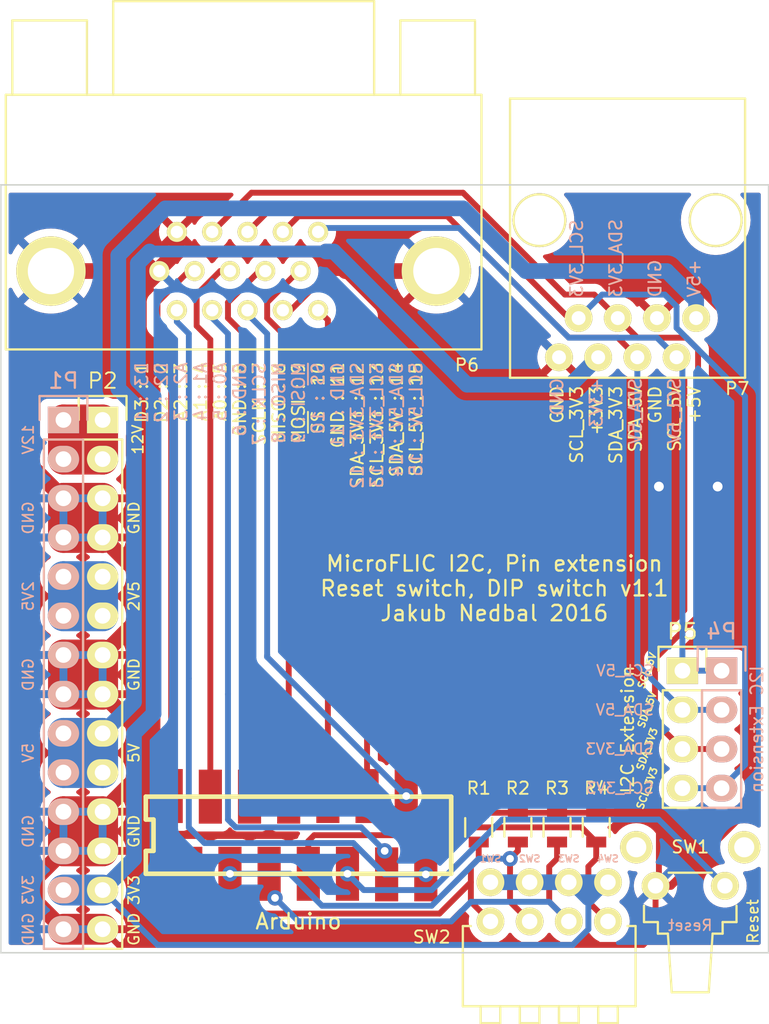
<source format=kicad_pcb>
(kicad_pcb (version 20221018) (generator pcbnew)
  (layers (0 "F.Cu" signal) (31 "B.Cu" signal) (34 "B.Paste" user) (35 "F.Paste" user) (36 "B.SilkS" user "B.Silkscreen") (37 "F.SilkS" user "F.Silkscreen") (38 "B.Mask" user) (39 "F.Mask" user) (44 "Edge.Cuts" user))
  (net 0 "")
  (net 1 "+5VP")
  (net 2 "GND")
  (net 3 "+12V")
  (net 4 "+2V5")
  (net 5 "+3V3")
  (net 6 "/SCLK")
  (net 7 "/SW1")
  (net 8 "/MISO")
  (net 9 "/SW2")
  (net 10 "/MOSI")
  (net 11 "/SW3")
  (net 12 "/~{SS}")
  (net 13 "/SW4")
  (net 14 "/A0")
  (net 15 "/RST")
  (net 16 "/A1")
  (net 17 "/D2")
  (net 18 "/A2")
  (net 19 "/D3")
  (net 20 "/SCL_5V")
  (net 21 "/SDA_5V")
  (net 22 "/SDA_3V3")
  (net 23 "/SCL_3V3")
  (footprint "jakub:1-188275-4" (layer "F.Cu") (at 119.38 142.24)
    (fp_text reference "P3" hide)
    (fp_text value "14-way Micro-MaTch" hide)
    (pad "1" smd rect (at -8.255 -2.54) (size 1.5 3.5) (layers "F.Cu" "F.Paste" "F.Mask") (net 6 "/SCLK"))
    (pad "2" smd rect (at -6.985 2.5) (size 1.5 3.5) (layers "F.Cu" "F.Paste" "F.Mask") (net 7 "/SW1"))
    (pad "3" smd rect (at -5.715 -2.5) (size 1.5 3.5) (layers "F.Cu" "F.Paste" "F.Mask") (net 8 "/MISO"))
    (pad "4" smd rect (at -4.445 2.5) (size 1.5 3.5) (layers "F.Cu" "F.Paste" "F.Mask") (net 9 "/SW2"))
    (pad "5" smd rect (at -3.175 -2.5) (size 1.5 3.5) (layers "F.Cu" "F.Paste" "F.Mask") (net 10 "/MOSI"))
    (pad "6" smd rect (at -1.905 2.5) (size 1.5 3.5) (layers "F.Cu" "F.Paste" "F.Mask") (net 11 "/SW3"))
    (pad "7" smd rect (at -0.635 -2.5) (size 1.5 3.5) (layers "F.Cu" "F.Paste" "F.Mask") (net 12 "/~{SS}"))
    (pad "8" smd rect (at 0.635 2.5) (size 1.5 3.5) (layers "F.Cu" "F.Paste" "F.Mask") (net 13 "/SW4"))
    (pad "9" smd rect (at 1.905 -2.54) (size 1.5 3.5) (layers "F.Cu" "F.Paste" "F.Mask") (net 14 "/A0"))
    (pad "10" smd rect (at 3.175 2.5) (size 1.5 3.5) (layers "F.Cu" "F.Paste" "F.Mask") (net 15 "/RST"))
    (pad "11" smd rect (at 4.445 -2.54) (size 1.5 3.5) (layers "F.Cu" "F.Paste" "F.Mask") (net 16 "/A1"))
    (pad "12" smd rect (at 5.715 2.54) (size 1.5 3.5) (layers "F.Cu" "F.Paste" "F.Mask") (net 17 "/D2"))
    (pad "13" smd rect (at 6.985 -2.54) (size 1.5 3.5) (layers "F.Cu" "F.Paste" "F.Mask") (net 18 "/A2"))
    (pad "14" smd rect (at 8.255 2.54) (size 1.5 3.5) (layers "F.Cu" "F.Paste" "F.Mask") (net 19 "/D3"))
  )
  (footprint "jakub:dsub15" (layer "F.Cu") (at 115.824 105.664 180)
    (fp_text reference "P6" (at -14.478 -6.096 180) (layer "F.SilkS") (effects (font (size 0.8 0.8) (thickness 0.12))))
    (fp_text value "DB15-VGA")
    (pad "1" thru_hole circle (at 4.33 -2.54 180) (size 1.3 1.3) (drill 0.8) (layers "*.Cu" "*.Mask" "F.SilkS") (net 19 "/D3"))
    (pad "2" thru_hole circle (at 2.04 -2.54 180) (size 1.3 1.3) (drill 0.8) (layers "*.Cu" "*.Mask" "F.SilkS") (net 17 "/D2"))
    (pad "3" thru_hole circle (at -0.25 -2.54 180) (size 1.3 1.3) (drill 0.8) (layers "*.Cu" "*.Mask" "F.SilkS") (net 18 "/A2"))
    (pad "4" thru_hole circle (at -2.54 -2.54 180) (size 1.3 1.3) (drill 0.8) (layers "*.Cu" "*.Mask" "F.SilkS") (net 16 "/A1"))
    (pad "5" thru_hole circle (at -4.83 -2.54 180) (size 1.3 1.3) (drill 0.8) (layers "*.Cu" "*.Mask" "F.SilkS") (net 14 "/A0"))
    (pad "6" thru_hole circle (at 5.47 0 180) (size 1.3 1.3) (drill 0.8) (layers "*.Cu" "*.Mask" "F.SilkS") (net 2 "GND"))
    (pad "7" thru_hole circle (at 3.18 0 180) (size 1.3 1.3) (drill 0.8) (layers "*.Cu" "*.Mask" "F.SilkS") (net 6 "/SCLK"))
    (pad "8" thru_hole circle (at 0.89 0 180) (size 1.3 1.3) (drill 0.8) (layers "*.Cu" "*.Mask" "F.SilkS") (net 8 "/MISO"))
    (pad "9" thru_hole circle (at -1.4 0 180) (size 1.3 1.3) (drill 0.8) (layers "*.Cu" "*.Mask" "F.SilkS") (net 10 "/MOSI"))
    (pad "10" thru_hole circle (at -3.69 0 180) (size 1.3 1.3) (drill 0.8) (layers "*.Cu" "*.Mask" "F.SilkS") (net 12 "/~{SS}"))
    (pad "11" thru_hole circle (at 4.33 2.54 180) (size 1.3 1.3) (drill 0.8) (layers "*.Cu" "*.Mask" "F.SilkS") (net 2 "GND"))
    (pad "12" thru_hole circle (at 2.04 2.54 180) (size 1.3 1.3) (drill 0.8) (layers "*.Cu" "*.Mask" "F.SilkS") (net 22 "/SDA_3V3"))
    (pad "13" thru_hole circle (at -0.25 2.54 180) (size 1.3 1.3) (drill 0.8) (layers "*.Cu" "*.Mask" "F.SilkS") (net 23 "/SCL_3V3"))
    (pad "14" thru_hole circle (at -2.54 2.54 180) (size 1.3 1.3) (drill 0.8) (layers "*.Cu" "*.Mask" "F.SilkS") (net 21 "/SDA_5V"))
    (pad "15" thru_hole circle (at -4.83 2.54 180) (size 1.3 1.3) (drill 0.8) (layers "*.Cu" "*.Mask" "F.SilkS") (net 20 "/SCL_5V"))
    (pad "16" thru_hole circle (at 12.495 0 180) (size 4.5 4.5) (drill 3) (layers "*.Cu" "*.Mask" "F.SilkS") (net 2 "GND"))
    (pad "17" thru_hole circle (at -12.495 0 180) (size 4.5 4.5) (drill 3) (layers "*.Cu" "*.Mask" "F.SilkS") (net 2 "GND"))
  )
  (footprint "jakub:RJ45" (layer "F.Cu") (at 140.716 111.252 180)
    (fp_text reference "P7" (at -7.112 -2.032 180) (layer "F.SilkS") (effects (font (size 0.8 0.8) (thickness 0.12))))
    (fp_text value "RJ45")
    (pad "" np_thru_hole circle (at -5.715 8.89 180) (size 3.5 3.5) (drill 3.2) (layers "*.Cu" "*.Mask" "F.SilkS"))
    (pad "" np_thru_hole circle (at 5.715 8.89 180) (size 3.5 3.5) (drill 3.2) (layers "*.Cu" "*.Mask" "F.SilkS"))
    (pad "1" thru_hole circle (at -4.445 2.54 180) (size 1.8 1.8) (drill 0.9) (layers "*.Cu" "*.Mask" "F.SilkS") (net 1 "+5VP"))
    (pad "2" thru_hole circle (at -3.175 0 180) (size 1.8 1.8) (drill 0.9) (layers "*.Cu" "*.Mask" "F.SilkS") (net 20 "/SCL_5V"))
    (pad "3" thru_hole circle (at -1.905 2.54 180) (size 1.8 1.8) (drill 0.9) (layers "*.Cu" "*.Mask" "F.SilkS") (net 2 "GND"))
    (pad "4" thru_hole circle (at -0.635 0 180) (size 1.8 1.8) (drill 0.9) (layers "*.Cu" "*.Mask" "F.SilkS") (net 21 "/SDA_5V"))
    (pad "5" thru_hole circle (at 0.635 2.54 180) (size 1.8 1.8) (drill 0.9) (layers "*.Cu" "*.Mask" "F.SilkS") (net 22 "/SDA_3V3"))
    (pad "6" thru_hole circle (at 1.905 0 180) (size 1.8 1.8) (drill 0.9) (layers "*.Cu" "*.Mask" "F.SilkS") (net 5 "+3V3"))
    (pad "7" thru_hole circle (at 3.175 2.54 180) (size 1.8 1.8) (drill 0.9) (layers "*.Cu" "*.Mask" "F.SilkS") (net 23 "/SCL_3V3"))
    (pad "8" thru_hole circle (at 4.445 0 180) (size 1.8 1.8) (drill 0.9) (layers "*.Cu" "*.Mask" "F.SilkS") (net 2 "GND"))
  )
  (footprint "Resistors_SMD:R_0805" (layer "F.Cu") (at 133.604 141.732 90)
    (fp_text reference "R2" (at 2.54 0 180) (layer "F.SilkS") (effects (font (size 0.8 0.8) (thickness 0.12))))
    (fp_text value "10k" hide)
    (pad "1" smd rect (at -0.95 0 90) (size 0.7 1.3) (layers "F.Cu" "F.Paste" "F.Mask") (net 9 "/SW2"))
    (pad "2" smd rect (at 0.95 0 90) (size 0.7 1.3) (layers "F.Cu" "F.Paste" "F.Mask") (net 2 "GND"))
  )
  (footprint "Resistors_SMD:R_0805" (layer "F.Cu") (at 136.144 141.732 90)
    (fp_text reference "R3" (at 2.54 0 180) (layer "F.SilkS") (effects (font (size 0.8 0.8) (thickness 0.12))))
    (fp_text value "10k" hide)
    (pad "1" smd rect (at -0.95 0 90) (size 0.7 1.3) (layers "F.Cu" "F.Paste" "F.Mask") (net 11 "/SW3"))
    (pad "2" smd rect (at 0.95 0 90) (size 0.7 1.3) (layers "F.Cu" "F.Paste" "F.Mask") (net 2 "GND"))
  )
  (footprint "Resistors_SMD:R_0805" (layer "F.Cu") (at 138.684 141.732 90)
    (fp_text reference "R4" (at 2.54 0 180) (layer "F.SilkS") (effects (font (size 0.8 0.8) (thickness 0.12))))
    (fp_text value "10k" hide)
    (pad "1" smd rect (at -0.95 0 90) (size 0.7 1.3) (layers "F.Cu" "F.Paste" "F.Mask") (net 13 "/SW4"))
    (pad "2" smd rect (at 0.95 0 90) (size 0.7 1.3) (layers "F.Cu" "F.Paste" "F.Mask") (net 2 "GND"))
  )
  (footprint "jakub:tactileSwitchRA" (layer "F.Cu") (at 144.78 144.272 180)
    (fp_text reference "SW1" (at 0 1.27 180) (layer "F.SilkS") (effects (font (size 0.8 0.8) (thickness 0.12))))
    (fp_text value "Tactile switch R/A" hide)
    (pad "1" thru_hole circle (at -2.25 -1.25 180) (size 1.8 1.8) (drill 1) (layers "*.Cu" "*.Mask" "F.SilkS") (net 15 "/RST"))
    (pad "2" thru_hole circle (at 2.25 -1.25 180) (size 1.8 1.8) (drill 1) (layers "*.Cu" "*.Mask" "F.SilkS") (net 2 "GND"))
    (pad "3" thru_hole circle (at -3.5 1.25 180) (size 2.1 2.1) (drill 1.3) (layers "*.Cu" "*.Mask" "F.SilkS"))
    (pad "4" thru_hole circle (at 3.5 1.25 180) (size 2.1 2.1) (drill 1.3) (layers "*.Cu" "*.Mask" "F.SilkS"))
  )
  (footprint "jakub:DIP4RA" (layer "F.Cu") (at 135.636 147.828)
    (fp_text reference "SW2" (at -7.62 1.016) (layer "F.SilkS") (effects (font (size 0.8 0.8) (thickness 0.12))))
    (fp_text value "DIPS_04" hide)
    (pad "1" thru_hole circle (at -3.81 0) (size 1.8 1.8) (drill 1) (layers "*.Cu" "*.Mask" "F.SilkS") (net 7 "/SW1"))
    (pad "2" thru_hole circle (at -1.27 0) (size 1.8 1.8) (drill 1) (layers "*.Cu" "*.Mask" "F.SilkS") (net 9 "/SW2"))
    (pad "3" thru_hole circle (at 1.27 0) (size 1.8 1.8) (drill 1) (layers "*.Cu" "*.Mask" "F.SilkS") (net 11 "/SW3"))
    (pad "4" thru_hole circle (at 3.81 0) (size 1.8 1.8) (drill 1) (layers "*.Cu" "*.Mask" "F.SilkS") (net 13 "/SW4"))
    (pad "5" thru_hole circle (at 3.81 -2.54) (size 1.8 1.8) (drill 1) (layers "*.Cu" "*.Mask" "F.SilkS") (net 5 "+3V3"))
    (pad "6" thru_hole circle (at 1.27 -2.54) (size 1.8 1.8) (drill 1) (layers "*.Cu" "*.Mask" "F.SilkS") (net 5 "+3V3"))
    (pad "7" thru_hole circle (at -1.27 -2.54) (size 1.8 1.8) (drill 1) (layers "*.Cu" "*.Mask" "F.SilkS") (net 5 "+3V3"))
    (pad "8" thru_hole circle (at -3.81 -2.54) (size 1.8 1.8) (drill 1) (layers "*.Cu" "*.Mask" "F.SilkS") (net 5 "+3V3"))
  )
  (footprint "Resistors_SMD:R_0805" (layer "F.Cu") (at 131.064 141.732 90)
    (fp_text reference "R1" (at 2.54 0 180) (layer "F.SilkS") (effects (font (size 0.8 0.8) (thickness 0.12))))
    (fp_text value "10k" hide)
    (pad "1" smd rect (at -0.95 0 90) (size 0.7 1.3) (layers "F.Cu" "F.Paste" "F.Mask") (net 7 "/SW1"))
    (pad "2" smd rect (at 0.95 0 90) (size 0.7 1.3) (layers "F.Cu" "F.Paste" "F.Mask") (net 2 "GND"))
  )
  (footprint "jakub:ESQ-114-33-G-S" (layer "F.Cu") (at 106.68 115.316)
    (fp_text reference "P2" (at 0 -2.54 180) (layer "F.SilkS") (effects (font (thickness 0.12))))
    (fp_text value "1x14 socket strip" hide)
    (pad "1" thru_hole rect (at 0 0) (size 2.032 1.7272) (drill 1.016) (layers "*.Cu" "*.Mask" "F.SilkS") (net 3 "+12V"))
    (pad "2" thru_hole oval (at 0 2.54) (size 2.032 1.7272) (drill 1.016) (layers "*.Cu" "*.Mask" "F.SilkS") (net 3 "+12V"))
    (pad "3" thru_hole oval (at 0 5.08) (size 2.032 1.7272) (drill 1.016) (layers "*.Cu" "*.Mask" "F.SilkS") (net 2 "GND"))
    (pad "4" thru_hole oval (at 0 7.62) (size 2.032 1.7272) (drill 1.016) (layers "*.Cu" "*.Mask" "F.SilkS") (net 2 "GND"))
    (pad "5" thru_hole oval (at 0 10.16) (size 2.032 1.7272) (drill 1.016) (layers "*.Cu" "*.Mask" "F.SilkS") (net 4 "+2V5"))
    (pad "6" thru_hole oval (at 0 12.7) (size 2.032 1.7272) (drill 1.016) (layers "*.Cu" "*.Mask" "F.SilkS") (net 4 "+2V5"))
    (pad "7" thru_hole oval (at 0 15.24) (size 2.032 1.7272) (drill 1.016) (layers "*.Cu" "*.Mask" "F.SilkS") (net 2 "GND"))
    (pad "8" thru_hole oval (at 0 17.78) (size 2.032 1.7272) (drill 1.016) (layers "*.Cu" "*.Mask" "F.SilkS") (net 2 "GND"))
    (pad "9" thru_hole oval (at 0 20.32) (size 2.032 1.7272) (drill 1.016) (layers "*.Cu" "*.Mask" "F.SilkS") (net 1 "+5VP"))
    (pad "10" thru_hole oval (at 0 22.86) (size 2.032 1.7272) (drill 1.016) (layers "*.Cu" "*.Mask" "F.SilkS") (net 1 "+5VP"))
    (pad "11" thru_hole oval (at 0 25.4) (size 2.032 1.7272) (drill 1.016) (layers "*.Cu" "*.Mask" "F.SilkS") (net 2 "GND"))
    (pad "12" thru_hole oval (at 0 27.94) (size 2.032 1.7272) (drill 1.016) (layers "*.Cu" "*.Mask" "F.SilkS") (net 2 "GND"))
    (pad "13" thru_hole oval (at 0 30.48) (size 2.032 1.7272) (drill 1.016) (layers "*.Cu" "*.Mask" "F.SilkS") (net 5 "+3V3"))
    (pad "14" thru_hole oval (at 0 33.02) (size 2.032 1.7272) (drill 1.016) (layers "*.Cu" "*.Mask" "F.SilkS") (net 2 "GND"))
  )
  (footprint "jakub:ESQ-104-33-G-S" (layer "F.Cu") (at 144.272 131.572 -90)
    (fp_text reference "P5" (at -2.54 0) (layer "F.SilkS"))
    (fp_text value "1x4 socket strip" hide)
    (pad "1" thru_hole rect (at 0 0 270) (size 1.7272 2.032) (drill 1.016) (layers "*.Cu" "*.Mask" "F.SilkS") (net 20 "/SCL_5V"))
    (pad "2" thru_hole oval (at 2.54 0 270) (size 1.7272 2.032) (drill 1.016) (layers "*.Cu" "*.Mask" "F.SilkS") (net 21 "/SDA_5V"))
    (pad "3" thru_hole oval (at 5.08 0 270) (size 1.7272 2.032) (drill 1.016) (layers "*.Cu" "*.Mask" "F.SilkS") (net 22 "/SDA_3V3"))
    (pad "4" thru_hole oval (at 7.62 0 270) (size 1.7272 2.032) (drill 1.016) (layers "*.Cu" "*.Mask" "F.SilkS") (net 23 "/SCL_3V3"))
  )
  (footprint "Pin_Headers:Pin_Header_Straight_1x14" (layer "B.Cu") (at 104.14 115.316 180)
    (fp_text reference "P1" (at 0 2.54 180) (layer "B.SilkS") (effects (justify mirror)))
    (fp_text value "1x14 header strip" hide)
    (pad "1" thru_hole rect (at 0 0 180) (size 2.032 1.7272) (drill 1.016) (layers "*.Cu" "*.Mask" "B.SilkS") (net 3 "+12V"))
    (pad "2" thru_hole oval (at 0 -2.54 180) (size 2.032 1.7272) (drill 1.016) (layers "*.Cu" "*.Mask" "B.SilkS") (net 3 "+12V"))
    (pad "3" thru_hole oval (at 0 -5.08 180) (size 2.032 1.7272) (drill 1.016) (layers "*.Cu" "*.Mask" "B.SilkS") (net 2 "GND"))
    (pad "4" thru_hole oval (at 0 -7.62 180) (size 2.032 1.7272) (drill 1.016) (layers "*.Cu" "*.Mask" "B.SilkS") (net 2 "GND"))
    (pad "5" thru_hole oval (at 0 -10.16 180) (size 2.032 1.7272) (drill 1.016) (layers "*.Cu" "*.Mask" "B.SilkS") (net 4 "+2V5"))
    (pad "6" thru_hole oval (at 0 -12.7 180) (size 2.032 1.7272) (drill 1.016) (layers "*.Cu" "*.Mask" "B.SilkS") (net 4 "+2V5"))
    (pad "7" thru_hole oval (at 0 -15.24 180) (size 2.032 1.7272) (drill 1.016) (layers "*.Cu" "*.Mask" "B.SilkS") (net 2 "GND"))
    (pad "8" thru_hole oval (at 0 -17.78 180) (size 2.032 1.7272) (drill 1.016) (layers "*.Cu" "*.Mask" "B.SilkS") (net 2 "GND"))
    (pad "9" thru_hole oval (at 0 -20.32 180) (size 2.032 1.7272) (drill 1.016) (layers "*.Cu" "*.Mask" "B.SilkS") (net 1 "+5VP"))
    (pad "10" thru_hole oval (at 0 -22.86 180) (size 2.032 1.7272) (drill 1.016) (layers "*.Cu" "*.Mask" "B.SilkS") (net 1 "+5VP"))
    (pad "11" thru_hole oval (at 0 -25.4 180) (size 2.032 1.7272) (drill 1.016) (layers "*.Cu" "*.Mask" "B.SilkS") (net 2 "GND"))
    (pad "12" thru_hole oval (at 0 -27.94 180) (size 2.032 1.7272) (drill 1.016) (layers "*.Cu" "*.Mask" "B.SilkS") (net 2 "GND"))
    (pad "13" thru_hole oval (at 0 -30.48 180) (size 2.032 1.7272) (drill 1.016) (layers "*.Cu" "*.Mask" "B.SilkS") (net 5 "+3V3"))
    (pad "14" thru_hole oval (at 0 -33.02 180) (size 2.032 1.7272) (drill 1.016) (layers "*.Cu" "*.Mask" "B.SilkS") (net 2 "GND"))
  )
  (footprint "Pin_Headers:Pin_Header_Straight_1x04" (layer "B.Cu") (at 146.812 131.572 180)
    (fp_text reference "P4" (at 0 2.54 180) (layer "B.SilkS") (effects (justify mirror)))
    (fp_text value "1x4 header strip" hide)
    (pad "1" thru_hole rect (at 0 0 180) (size 2.032 1.7272) (drill 1.016) (layers "*.Cu" "*.Mask" "B.SilkS") (net 20 "/SCL_5V"))
    (pad "2" thru_hole oval (at 0 -2.54 180) (size 2.032 1.7272) (drill 1.016) (layers "*.Cu" "*.Mask" "B.SilkS") (net 21 "/SDA_5V"))
    (pad "3" thru_hole oval (at 0 -5.08 180) (size 2.032 1.7272) (drill 1.016) (layers "*.Cu" "*.Mask" "B.SilkS") (net 22 "/SDA_3V3"))
    (pad "4" thru_hole oval (at 0 -7.62 180) (size 2.032 1.7272) (drill 1.016) (layers "*.Cu" "*.Mask" "B.SilkS") (net 23 "/SCL_3V3"))
  )
  (gr_line (start 100.076 149.86) (end 149.86 149.86) (stroke (width 0.1)) (layer "Edge.Cuts"))
  (gr_line (start 100.076 100.076) (end 149.86 100.076) (stroke (width 0.1)) (layer "Edge.Cuts"))
  (gr_line (start 100.076 100.076) (end 100.076 149.86) (stroke (width 0.1)) (layer "Edge.Cuts"))
  (gr_line (start 149.86 100.076) (end 149.86 149.86) (stroke (width 0.1)) (layer "Edge.Cuts"))
  (gr_text "GND" (at 101.854 121.666 90) (layer "B.SilkS") (effects (font (size 0.7 0.7) (thickness 0.11)) (justify mirror)))
  (gr_text "GND" (at 101.854 131.826 90) (layer "B.SilkS") (effects (font (size 0.7 0.7) (thickness 0.11)) (justify mirror)))
  (gr_text "GND" (at 101.854 141.986 90) (layer "B.SilkS") (effects (font (size 0.7 0.7) (thickness 0.11)) (justify mirror)))
  (gr_text "GND" (at 101.854 148.336 90) (layer "B.SilkS") (effects (font (size 0.7 0.7) (thickness 0.11)) (justify mirror)))
  (gr_text "3V3" (at 101.854 145.796 90) (layer "B.SilkS") (effects (font (size 0.7 0.7) (thickness 0.11)) (justify mirror)))
  (gr_text "5V" (at 101.854 136.906 90) (layer "B.SilkS") (effects (font (size 0.7 0.7) (thickness 0.11)) (justify mirror)))
  (gr_text "2V5" (at 101.854 126.746 90) (layer "B.SilkS") (effects (font (size 0.7 0.7) (thickness 0.11)) (justify mirror)))
  (gr_text "SW1" (at 131.826 143.764) (layer "B.SilkS") (effects (font (size 0.45 0.45) (thickness 0.1)) (justify mirror)))
  (gr_text "SW2" (at 134.366 143.764) (layer "B.SilkS") (effects (font (size 0.45 0.45) (thickness 0.1)) (justify mirror)))
  (gr_text "SW3" (at 136.906 143.764) (layer "B.SilkS") (effects (font (size 0.45 0.45) (thickness 0.1)) (justify mirror)))
  (gr_text "SW4" (at 139.446 143.764) (layer "B.SilkS") (effects (font (size 0.45 0.45) (thickness 0.1)) (justify mirror)))
  (gr_text "SDA_5V" (at 142.494 134.112) (layer "B.SilkS") (effects (font (size 0.7 0.7) (thickness 0.11)) (justify left mirror)))
  (gr_text "SDA_3V3" (at 142.494 136.652) (layer "B.SilkS") (effects (font (size 0.7 0.7) (thickness 0.11)) (justify left mirror)))
  (gr_text "SCL_3V3" (at 142.494 139.192) (layer "B.SilkS") (effects (font (size 0.7 0.7) (thickness 0.11)) (justify left mirror)))
  (gr_text "SCL_5V : 15" (at 127 111.506 90) (layer "B.SilkS") (effects (font (size 0.8 0.8) (thickness 0.12)) (justify left mirror)))
  (gr_text "~{SS} : 10" (at 120.65 111.506 90) (layer "B.SilkS") (effects (font (size 0.8 0.8) (thickness 0.12)) (justify left mirror)))
  (gr_text "MOSI : 9" (at 119.38 111.506 90) (layer "B.SilkS") (effects (font (size 0.8 0.8) (thickness 0.12)) (justify left mirror)))
  (gr_text "SDA_3V3 : 12" (at 123.19 111.506 90) (layer "B.SilkS") (effects (font (size 0.8 0.8) (thickness 0.12)) (justify left mirror)))
  (gr_text "SCL_3V3 : 13" (at 124.46 111.506 90) (layer "B.SilkS") (effects (font (size 0.8 0.8) (thickness 0.12)) (justify left mirror)))
  (gr_text "SDA_5V : 14" (at 125.73 111.506 90) (layer "B.SilkS") (effects (font (size 0.8 0.8) (thickness 0.12)) (justify left mirror)))
  (gr_text "GND : 11" (at 121.92 111.506 90) (layer "B.SilkS") (effects (font (size 0.8 0.8) (thickness 0.12)) (justify left mirror)))
  (gr_text "SCLK : 7" (at 116.84 111.506 90) (layer "B.SilkS") (effects (font (size 0.8 0.8) (thickness 0.12)) (justify left mirror)))
  (gr_text "GND : 6" (at 115.57 111.506 90) (layer "B.SilkS") (effects (font (size 0.8 0.8) (thickness 0.12)) (justify left mirror)))
  (gr_text "A0 : 5" (at 114.3 111.506 90) (layer "B.SilkS") (effects (font (size 0.8 0.8) (thickness 0.12)) (justify left mirror)))
  (gr_text "A1 : 4" (at 113.03 111.506 90) (layer "B.SilkS") (effects (font (size 0.8 0.8) (thickness 0.12)) (justify left mirror)))
  (gr_text "A2 : 3" (at 111.76 111.506 90) (layer "B.SilkS") (effects (font (size 0.8 0.8) (thickness 0.12)) (justify left mirror)))
  (gr_text "MISO : 8" (at 118.11 111.506 90) (layer "B.SilkS") (effects (font (size 0.8 0.8) (thickness 0.12)) (justify left mirror)))
  (gr_text "D2 : 2" (at 110.49 111.506 90) (layer "B.SilkS") (effects (font (size 0.8 0.8) (thickness 0.12)) (justify left mirror)))
  (gr_text "D3 : 1" (at 109.22 111.506 90) (layer "B.SilkS") (effects (font (size 0.8 0.8) (thickness 0.12)) (justify left mirror)))
  (gr_text "+3V3" (at 138.684 112.522 90) (layer "B.SilkS") (effects (font (size 0.8 0.8) (thickness 0.12)) (justify left mirror)))
  (gr_text "SCL_3V3" (at 137.414 107.442 90) (layer "B.SilkS") (effects (font (size 0.8 0.8) (thickness 0.12)) (justify right mirror)))
  (gr_text "GND" (at 136.144 112.522 90) (layer "B.SilkS") (effects (font (size 0.8 0.8) (thickness 0.12)) (justify left mirror)))
  (gr_text "GND" (at 142.494 107.442 90) (layer "B.SilkS") (effects (font (size 0.8 0.8) (thickness 0.12)) (justify right mirror)))
  (gr_text "SDA_5V" (at 141.224 112.522 90) (layer "B.SilkS") (effects (font (size 0.8 0.8) (thickness 0.12)) (justify left mirror)))
  (gr_text "SCL_5V" (at 143.764 112.522 90) (layer "B.SilkS") (effects (font (size 0.8 0.8) (thickness 0.12)) (justify left mirror)))
  (gr_text "+5V" (at 145.034 107.442 90) (layer "B.SilkS") (effects (font (size 0.8 0.8) (thickness 0.12)) (justify right mirror)))
  (gr_text "SDA_3V3" (at 139.954 107.442 90) (layer "B.SilkS") (effects (font (size 0.8 0.8) (thickness 0.12)) (justify right mirror)))
  (gr_text "12V" (at 101.854 116.586 90) (layer "B.SilkS") (effects (font (size 0.7 0.7) (thickness 0.11)) (justify mirror)))
  (gr_text "I2C Extension" (at 149.098 135.382 90) (layer "B.SilkS") (effects (font (size 0.8 0.8) (thickness 0.12)) (justify mirror)))
  (gr_text "SCL_5V" (at 142.494 131.572) (layer "B.SilkS") (effects (font (size 0.7 0.7) (thickness 0.11)) (justify left mirror)))
  (gr_text "Reset" (at 144.78 148.082) (layer "B.SilkS") (effects (font (size 0.7 0.7) (thickness 0.11)) (justify mirror)))
  (gr_text "3V3" (at 108.712 145.796 90) (layer "F.SilkS") (effects (font (size 0.7 0.7) (thickness 0.11))))
  (gr_text "GND" (at 108.712 141.986 90) (layer "F.SilkS") (effects (font (size 0.7 0.7) (thickness 0.11))))
  (gr_text "5V" (at 108.712 136.906 90) (layer "F.SilkS") (effects (font (size 0.7 0.7) (thickness 0.11))))
  (gr_text "GND" (at 108.712 131.826 90) (layer "F.SilkS") (effects (font (size 0.7 0.7) (thickness 0.11))))
  (gr_text "2V5" (at 108.712 126.746 90) (layer "F.SilkS") (effects (font (size 0.7 0.7) (thickness 0.11))))
  (gr_text "GND" (at 108.712 121.666 90) (layer "F.SilkS") (effects (font (size 0.7 0.7) (thickness 0.11))))
  (gr_text "12V" (at 108.966 116.586 90) (layer "F.SilkS") (effects (font (size 0.7 0.7) (thickness 0.11))))
  (gr_text "SDA_3V3" (at 141.986 136.652 70) (layer "F.SilkS") (effects (font (size 0.45 0.45) (thickness 0.1))))
  (gr_text "SDA_5V" (at 141.986 134.112 70) (layer "F.SilkS") (effects (font (size 0.45 0.45) (thickness 0.1))))
  (gr_text "SCL_5V" (at 141.986 131.572 70) (layer "F.SilkS") (effects (font (size 0.45 0.45) (thickness 0.1))))
  (gr_text "SCL_3V3 : 13" (at 124.46 111.506 90) (layer "F.SilkS") (effects (font (size 0.8 0.8) (thickness 0.12)) (justify right)))
  (gr_text "A1 : 4" (at 113.03 111.506 90) (layer "F.SilkS") (effects (font (size 0.8 0.8) (thickness 0.12)) (justify right)))
  (gr_text "SCLK : 7" (at 116.84 111.506 90) (layer "F.SilkS") (effects (font (size 0.8 0.8) (thickness 0.12)) (justify right)))
  (gr_text "SCL_3V3" (at 141.986 139.192 70) (layer "F.SilkS") (effects (font (size 0.45 0.45) (thickness 0.1))))
  (gr_text "I2C Extension" (at 140.716 135.382 90) (layer "F.SilkS") (effects (font (size 0.8 0.8) (thickness 0.12))))
  (gr_text "D3 : 1" (at 109.22 111.506 90) (layer "F.SilkS") (effects (font (size 0.8 0.8) (thickness 0.12)) (justify right)))
  (gr_text "SDA_5V" (at 141.224 113.03 90) (layer "F.SilkS") (effects (font (size 0.8 0.8) (thickness 0.12)) (justify right)))
  (gr_text "SCL_3V3" (at 137.414 113.03 90) (layer "F.SilkS") (effects (font (size 0.8 0.8) (thickness 0.12)) (justify right)))
  (gr_text "MOSI : 9" (at 119.38 111.506 90) (layer "F.SilkS") (effects (font (size 0.8 0.8) (thickness 0.12)) (justify right)))
  (gr_text "GND" (at 136.144 113.03 90) (layer "F.SilkS") (effects (font (size 0.8 0.8) (thickness 0.12)) (justify right)))
  (gr_text "A2 : 3" (at 111.76 111.506 90) (layer "F.SilkS") (effects (font (size 0.8 0.8) (thickness 0.12)) (justify right)))
  (gr_text "SDA_3V3 : 12" (at 123.19 111.506 90) (layer "F.SilkS") (effects (font (size 0.8 0.8) (thickness 0.12)) (justify right)))
  (gr_text "~{SS} : 10" (at 120.65 111.506 90) (layer "F.SilkS") (effects (font (size 0.8 0.8) (thickness 0.12)) (justify right)))
  (gr_text "Reset" (at 148.844 147.828 90) (layer "F.SilkS") (effects (font (size 0.7 0.7) (thickness 0.11))))
  (gr_text "A0 : 5" (at 114.3 111.506 90) (layer "F.SilkS") (effects (font (size 0.8 0.8) (thickness 0.12)) (justify right)))
  (gr_text "SDA_3V3" (at 139.954 113.03 90) (layer "F.SilkS") (effects (font (size 0.8 0.8) (thickness 0.12)) (justify right)))
  (gr_text "SCL_5V : 15" (at 127 111.506 90) (layer "F.SilkS") (effects (font (size 0.8 0.8) (thickness 0.12)) (justify right)))
  (gr_text "Arduino" (at 119.38 147.828) (layer "F.SilkS") (effects (font (size 1 1))))
  (gr_text "+5V" (at 145.034 113.03 90) (layer "F.SilkS") (effects (font (size 0.8 0.8) (thickness 0.12)) (justify right)))
  (gr_text "MicroFLIC I2C, Pin extension\nReset switch, DIP switch v1.1\nJakub Nedbal 2016" (at 132.08 126.238) (layer "F.SilkS") (effects (font (size 1 1))))
  (gr_text "SDA_5V : 14" (at 125.73 111.506 90) (layer "F.SilkS") (effects (font (size 0.8 0.8) (thickness 0.12)) (justify right)))
  (gr_text "GND : 6" (at 115.57 111.506 90) (layer "F.SilkS") (effects (font (size 0.8 0.8) (thickness 0.12)) (justify right)))
  (gr_text "MISO : 8" (at 118.11 111.506 90) (layer "F.SilkS") (effects (font (size 0.8 0.8) (thickness 0.12)) (justify right)))
  (gr_text "SCL_5V" (at 143.764 113.03 90) (layer "F.SilkS") (effects (font (size 0.8 0.8) (thickness 0.12)) (justify right)))
  (gr_text "+3V3" (at 138.684 113.03 90) (layer "F.SilkS") (effects (font (size 0.8 0.8) (thickness 0.12)) (justify right)))
  (gr_text "GND" (at 142.494 113.03 90) (layer "F.SilkS") (effects (font (size 0.8 0.8) (thickness 0.12)) (justify right)))
  (gr_text "D2 : 2" (at 110.49 111.506 90) (layer "F.SilkS") (effects (font (size 0.8 0.8) (thickness 0.12)) (justify right)))
  (gr_text "GND : 11" (at 121.92 111.506 90) (layer "F.SilkS") (effects (font (size 0.8 0.8) (thickness 0.12)) (justify right)))
  (gr_text "GND" (at 108.712 148.336 90) (layer "F.SilkS") (effects (font (size 0.7 0.7) (thickness 0.11))))
  (segment (start 145.161 107.569) (end 143.256 105.664) (width 1.016) (layer "B.Cu") (net 1))
  (segment (start 143.256 105.664) (end 134.112 105.664) (width 1.016) (layer "B.Cu") (net 1))
  (segment (start 134.112 105.664) (end 130.048 101.6) (width 1.016) (layer "B.Cu") (net 1))
  (segment (start 130.048 101.6) (end 110.744 101.6) (width 1.016) (layer "B.Cu") (net 1))
  (segment (start 108.712 133.604) (end 106.68 135.636) (width 1.016) (layer "B.Cu") (net 1))
  (segment (start 108.712 114.3) (end 108.712 133.604) (width 1.016) (layer "B.Cu") (net 1))
  (segment (start 107.696 113.284) (end 107.696 104.648) (width 1.016) (layer "B.Cu") (net 1))
  (segment (start 107.696 104.648) (end 110.744 101.6) (width 1.016) (layer "B.Cu") (net 1))
  (segment (start 104.14 138.176) (end 106.68 138.176) (width 2) (layer "B.Cu") (net 1))
  (segment (start 108.712 114.3) (end 107.696 113.284) (width 1.016) (layer "B.Cu") (net 1))
  (segment (start 106.68 135.636) (end 106.68 138.176) (width 2) (layer "B.Cu") (net 1))
  (segment (start 104.14 135.636) (end 106.68 135.636) (width 2) (layer "B.Cu") (net 1))
  (segment (start 104.14 135.636) (end 106.68 138.176) (width 2) (layer "B.Cu") (net 1))
  (segment (start 104.14 135.636) (end 104.14 138.176) (width 2) (layer "B.Cu") (net 1))
  (segment (start 145.161 108.712) (end 145.161 107.569) (width 1.016) (layer "B.Cu") (net 1))
  (segment (start 107.696 149.352) (end 141.732 149.352) (width 0.381) (layer "F.Cu") (net 2))
  (segment (start 141.732 149.352) (end 142.53 148.554) (width 0.381) (layer "F.Cu") (net 2))
  (segment (start 142.53 148.554) (end 142.53 145.522) (width 0.381) (layer "F.Cu") (net 2))
  (segment (start 133.604 140.782) (end 136.144 140.782) (width 0.381) (layer "F.Cu") (net 2))
  (segment (start 138.684 140.782) (end 141.798 140.782) (width 0.381) (layer "F.Cu") (net 2))
  (segment (start 141.798 140.782) (end 142.748 141.732) (width 0.381) (layer "F.Cu") (net 2))
  (segment (start 142.748 141.732) (end 142.748 145.304) (width 0.381) (layer "F.Cu") (net 2))
  (segment (start 142.748 145.304) (end 142.53 145.522) (width 0.381) (layer "F.Cu") (net 2))
  (segment (start 144.145 107.188) (end 145.796 107.188) (width 0.508) (layer "F.Cu") (net 2))
  (segment (start 145.796 107.188) (end 149.098 110.49) (width 0.508) (layer "F.Cu") (net 2))
  (segment (start 149.098 110.49) (end 149.098 116.586) (width 0.508) (layer "F.Cu") (net 2))
  (segment (start 149.098 139.954) (end 143.53 145.522) (width 0.508) (layer "F.Cu") (net 2))
  (segment (start 143.53 145.522) (end 142.53 145.522) (width 0.508) (layer "F.Cu") (net 2))
  (segment (start 111.494 104.394) (end 110.354 105.534) (width 1.016) (layer "F.Cu") (net 2))
  (segment (start 110.354 105.534) (end 110.354 105.664) (width 1.016) (layer "F.Cu") (net 2))
  (segment (start 101.6 114.418) (end 101.6 117.856) (width 1.016) (layer "F.Cu") (net 2))
  (segment (start 101.6 117.856) (end 104.14 120.396) (width 1.016) (layer "F.Cu") (net 2))
  (segment (start 108.712 124.968) (end 108.712 128.524) (width 1.016) (layer "F.Cu") (net 2))
  (segment (start 108.712 128.524) (end 106.68 130.556) (width 1.016) (layer "F.Cu") (net 2))
  (segment (start 108.712 138.684) (end 108.712 135.128) (width 1.016) (layer "F.Cu") (net 2))
  (segment (start 108.712 135.128) (end 106.68 133.096) (width 1.016) (layer "F.Cu") (net 2))
  (segment (start 102.362 145.034) (end 102.362 146.558) (width 1.016) (layer "F.Cu") (net 2))
  (segment (start 102.362 146.558) (end 104.14 148.336) (width 1.016) (layer "F.Cu") (net 2))
  (segment (start 122.428 105.664) (end 128.319 105.664) (width 1.016) (layer "F.Cu") (net 2))
  (segment (start 149.098 116.586) (end 149.098 119.634) (width 0.508) (layer "F.Cu") (net 2))
  (segment (start 142.748 117.602) (end 142.748 119.634) (width 0.381) (layer "F.Cu") (net 2))
  (segment (start 149.098 119.634) (end 149.098 139.954) (width 0.508) (layer "F.Cu") (net 2))
  (segment (start 104.14 122.936) (end 106.68 122.936) (width 2) (layer "F.Cu") (net 2))
  (segment (start 104.14 133.096) (end 106.68 133.096) (width 2) (layer "F.Cu") (net 2))
  (segment (start 106.68 140.716) (end 104.14 140.716) (width 2) (layer "F.Cu") (net 2))
  (segment (start 103.329 105.664) (end 110.354 105.664) (width 1.016) (layer "F.Cu") (net 2))
  (segment (start 106.68 122.936) (end 108.712 124.968) (width 1.016) (layer "F.Cu") (net 2))
  (segment (start 106.68 133.096) (end 106.68 130.556) (width 2) (layer "F.Cu") (net 2))
  (segment (start 106.68 140.716) (end 108.712 138.684) (width 1.016) (layer "F.Cu") (net 2))
  (segment (start 106.68 148.336) (end 104.14 148.336) (width 2) (layer "F.Cu") (net 2))
  (segment (start 104.14 130.556) (end 104.14 133.096) (width 2) (layer "F.Cu") (net 2))
  (segment (start 136.271 111.252) (end 142.748 117.602) (width 0.381) (layer "F.Cu") (net 2))
  (segment (start 106.68 120.396) (end 104.14 120.396) (width 2) (layer "F.Cu") (net 2))
  (segment (start 111.494 103.124) (end 111.494 104.394) (width 1.016) (layer "F.Cu") (net 2))
  (segment (start 104.14 143.256) (end 102.362 145.034) (width 1.016) (layer "F.Cu") (net 2))
  (segment (start 106.68 122.936) (end 106.68 120.396) (width 2) (layer "F.Cu") (net 2))
  (segment (start 106.68 148.336) (end 107.696 149.352) (width 0.381) (layer "F.Cu") (net 2))
  (segment (start 131.064 140.782) (end 133.604 140.782) (width 0.381) (layer "F.Cu") (net 2))
  (segment (start 106.68 130.556) (end 104.14 130.556) (width 2) (layer "F.Cu") (net 2))
  (segment (start 104.14 140.716) (end 104.14 143.256) (width 2) (layer "F.Cu") (net 2))
  (segment (start 149.098 119.634) (end 146.558 119.634) (width 0.381) (layer "F.Cu") (net 2))
  (segment (start 121.158 104.394) (end 122.428 105.664) (width 1.016) (layer "F.Cu") (net 2))
  (segment (start 104.14 143.256) (end 106.68 143.256) (width 2) (layer "F.Cu") (net 2))
  (segment (start 104.14 120.396) (end 104.14 122.936) (width 2) (layer "F.Cu") (net 2))
  (segment (start 106.68 143.256) (end 106.68 140.716) (width 2) (layer "F.Cu") (net 2))
  (segment (start 104.14 130.556) (end 106.68 133.096) (width 2) (layer "F.Cu") (net 2))
  (segment (start 104.14 120.396) (end 106.68 122.936) (width 2) (layer "F.Cu") (net 2))
  (segment (start 136.144 140.782) (end 138.684 140.782) (width 0.381) (layer "F.Cu") (net 2))
  (segment (start 104.14 140.716) (end 106.68 143.256) (width 2) (layer "F.Cu") (net 2))
  (segment (start 142.621 108.712) (end 144.145 107.188) (width 0.508) (layer "F.Cu") (net 2))
  (segment (start 111.494 104.394) (end 121.158 104.394) (width 0.762) (layer "F.Cu") (net 2))
  (segment (start 110.354 105.664) (end 101.6 114.418) (width 1.016) (layer "F.Cu") (net 2))
  (via (at 146.558 119.634) (size 0.889) (drill 0.635) (layers "F.Cu" "B.Cu") (net 2))
  (via (at 142.748 119.634) (size 0.889) (drill 0.635) (layers "F.Cu" "B.Cu") (net 2))
  (segment (start 106.934 133.096) (end 106.68 133.096) (width 1.016) (layer "B.Cu") (net 2))
  (segment (start 106.68 120.396) (end 106.934 120.142) (width 0.254) (layer "B.Cu") (net 2))
  (segment (start 106.68 122.936) (end 106.934 122.682) (width 0.254) (layer "B.Cu") (net 2))
  (segment (start 106.68 117.856) (end 106.68 117.856) (width 2) (layer "F.Cu") (net 3))
  (segment (start 104.14 117.856) (end 104.14 115.316) (width 2) (layer "F.Cu") (net 3))
  (segment (start 104.14 115.316) (end 106.68 117.856) (width 2) (layer "F.Cu") (net 3))
  (segment (start 106.68 117.856) (end 106.68 115.316) (width 2) (layer "F.Cu") (net 3))
  (segment (start 106.68 115.316) (end 104.14 115.316) (width 2) (layer "F.Cu") (net 3))
  (segment (start 104.14 117.856) (end 106.68 117.856) (width 2) (layer "F.Cu") (net 3))
  (segment (start 104.14 128.016) (end 104.14 125.476) (width 2) (layer "B.Cu") (net 4))
  (segment (start 104.14 125.476) (end 106.68 125.476) (width 2) (layer "B.Cu") (net 4))
  (segment (start 106.68 125.476) (end 106.68 128.016) (width 2) (layer "B.Cu") (net 4))
  (segment (start 104.14 125.476) (end 106.68 128.016) (width 2) (layer "B.Cu") (net 4))
  (segment (start 106.68 128.016) (end 104.14 128.016) (width 2) (layer "B.Cu") (net 4))
  (segment (start 106.68 145.796) (end 104.14 145.796) (width 2) (layer "B.Cu") (net 5))
  (segment (start 134.366 145.288) (end 136.906 145.288) (width 1.016) (layer "B.Cu") (net 5))
  (segment (start 136.906 145.288) (end 139.446 145.288) (width 1.016) (layer "B.Cu") (net 5))
  (segment (start 137.16 145.288) (end 138.176 146.304) (width 1.016) (layer "B.Cu") (net 5))
  (segment (start 139.192 145.288) (end 138.176 146.304) (width 1.016) (layer "B.Cu") (net 5))
  (segment (start 138.176 148.336) (end 137.16 149.352) (width 0.381) (layer "B.Cu") (net 5))
  (segment (start 137.16 149.352) (end 110.236 149.352) (width 0.381) (layer "B.Cu") (net 5))
  (segment (start 110.236 149.352) (end 106.68 145.796) (width 0.381) (layer "B.Cu") (net 5))
  (segment (start 137.033 113.03) (end 130.302 113.03) (width 1.016) (layer "B.Cu") (net 5))
  (segment (start 130.302 113.03) (end 121.666 104.394) (width 1.016) (layer "B.Cu") (net 5))
  (segment (start 121.666 104.394) (end 121.158 104.394) (width 1.016) (layer "B.Cu") (net 5))
  (segment (start 108.966 112.776) (end 109.982 113.792) (width 1.016) (layer "B.Cu") (net 5))
  (segment (start 109.982 113.792) (end 109.982 134.366) (width 1.016) (layer "B.Cu") (net 5))
  (segment (start 109.982 134.366) (end 108.712 135.636) (width 1.016) (layer "B.Cu") (net 5))
  (segment (start 108.712 135.636) (end 108.712 143.764) (width 1.016) (layer "B.Cu") (net 5))
  (segment (start 108.712 143.764) (end 106.68 145.796) (width 1.016) (layer "B.Cu") (net 5))
  (segment (start 109.728 104.394) (end 121.158 104.394) (width 0.762) (layer "B.Cu") (net 5))
  (segment (start 109.728 104.394) (end 108.966 105.156) (width 1.016) (layer "B.Cu") (net 5))
  (segment (start 136.906 145.288) (end 137.16 145.288) (width 1.016) (layer "B.Cu") (net 5))
  (segment (start 131.826 145.288) (end 134.366 145.288) (width 1.016) (layer "B.Cu") (net 5))
  (segment (start 138.811 111.252) (end 137.033 113.03) (width 1.016) (layer "B.Cu") (net 5))
  (segment (start 138.176 146.304) (end 138.176 148.336) (width 0.381) (layer "B.Cu") (net 5))
  (segment (start 108.966 105.156) (end 108.966 112.776) (width 1.016) (layer "B.Cu") (net 5))
  (segment (start 139.446 145.288) (end 139.192 145.288) (width 1.016) (layer "B.Cu") (net 5))
  (segment (start 111.125 110.109) (end 110.236 109.22) (width 0.381) (layer "F.Cu") (net 6))
  (segment (start 110.236 109.22) (end 110.236 107.696) (width 0.381) (layer "F.Cu") (net 6))
  (segment (start 110.236 107.696) (end 112.268 105.664) (width 0.381) (layer "F.Cu") (net 6))
  (segment (start 112.268 105.664) (end 112.644 105.664) (width 0.381) (layer "F.Cu") (net 6))
  (segment (start 111.125 139.7) (end 111.125 110.109) (width 0.381) (layer "F.Cu") (net 6))
  (segment (start 131.064 143.764) (end 130.556 144.272) (width 0.381) (layer "F.Cu") (net 7))
  (segment (start 130.556 144.272) (end 130.556 145.288) (width 0.381) (layer "F.Cu") (net 7))
  (segment (start 130.556 146.558) (end 131.826 147.828) (width 0.381) (layer "F.Cu") (net 7))
  (segment (start 112.395 145.923) (end 113.792 147.32) (width 0.381) (layer "F.Cu") (net 7))
  (segment (start 113.792 147.32) (end 128.524 147.32) (width 0.381) (layer "F.Cu") (net 7))
  (segment (start 128.524 147.32) (end 130.556 145.288) (width 0.381) (layer "F.Cu") (net 7))
  (segment (start 130.556 145.288) (end 130.556 146.558) (width 0.381) (layer "F.Cu") (net 7))
  (segment (start 112.395 144.74) (end 112.395 145.923) (width 0.381) (layer "F.Cu") (net 7))
  (segment (start 131.064 142.682) (end 131.064 143.764) (width 0.381) (layer "F.Cu") (net 7))
  (segment (start 113.665 110.109) (end 112.776 109.22) (width 0.381) (layer "F.Cu") (net 8))
  (segment (start 112.776 109.22) (end 112.776 107.188) (width 0.381) (layer "F.Cu") (net 8))
  (segment (start 112.776 107.188) (end 114.3 105.664) (width 0.381) (layer "F.Cu") (net 8))
  (segment (start 114.3 105.664) (end 114.934 105.664) (width 0.381) (layer "F.Cu") (net 8))
  (segment (start 113.665 139.74) (end 113.665 110.109) (width 0.381) (layer "F.Cu") (net 8))
  (segment (start 133.604 143.256) (end 133.096 143.764) (width 0.381) (layer "F.Cu") (net 9))
  (segment (start 133.096 143.764) (end 133.096 146.558) (width 0.381) (layer "F.Cu") (net 9))
  (segment (start 133.096 146.558) (end 134.366 147.828) (width 0.381) (layer "F.Cu") (net 9))
  (segment (start 133.604 142.682) (end 133.604 143.256) (width 0.381) (layer "F.Cu") (net 9))
  (via (at 114.935 144.74) (size 1) (drill 0.5) (layers "F.Cu" "B.Cu") (net 9))
  (via (at 133.096 143.764) (size 1) (drill 0.5) (layers "F.Cu" "B.Cu") (net 9))
  (segment (start 133.096 143.764) (end 131.064 143.764) (width 0.381) (layer "B.Cu") (net 9))
  (segment (start 128.016 146.812) (end 120.904 146.812) (width 0.381) (layer "B.Cu") (net 9))
  (segment (start 120.904 146.812) (end 118.832 144.74) (width 0.381) (layer "B.Cu") (net 9))
  (segment (start 118.832 144.74) (end 114.935 144.74) (width 0.381) (layer "B.Cu") (net 9))
  (segment (start 131.064 143.764) (end 128.016 146.812) (width 0.381) (layer "B.Cu") (net 9))
  (segment (start 116.205 110.109) (end 114.808 108.712) (width 0.381) (layer "F.Cu") (net 10))
  (segment (start 114.808 108.712) (end 114.808 107.696) (width 0.381) (layer "F.Cu") (net 10))
  (segment (start 116.84 105.664) (end 117.224 105.664) (width 0.381) (layer "F.Cu") (net 10))
  (segment (start 116.84 105.664) (end 114.808 107.696) (width 0.381) (layer "F.Cu") (net 10))
  (segment (start 116.205 110.109) (end 116.205 139.74) (width 0.381) (layer "F.Cu") (net 10))
  (segment (start 136.144 143.764) (end 135.636 144.272) (width 0.381) (layer "F.Cu") (net 11))
  (segment (start 135.636 146.558) (end 136.906 147.828) (width 0.381) (layer "F.Cu") (net 11))
  (segment (start 117.475 145.923) (end 117.856 146.304) (width 0.381) (layer "F.Cu") (net 11))
  (segment (start 136.144 142.682) (end 136.144 143.764) (width 0.381) (layer "F.Cu") (net 11))
  (segment (start 117.475 144.74) (end 117.475 145.923) (width 0.381) (layer "F.Cu") (net 11))
  (segment (start 135.636 144.272) (end 135.636 146.558) (width 0.381) (layer "F.Cu") (net 11))
  (via (at 117.856 146.304) (size 1) (drill 0.5) (layers "F.Cu" "B.Cu") (net 11))
  (segment (start 135.636 146.558) (end 136.906 147.828) (width 0.381) (layer "B.Cu") (net 11))
  (segment (start 130.556 146.558) (end 135.636 146.558) (width 0.381) (layer "B.Cu") (net 11))
  (segment (start 129.286 147.828) (end 119.38 147.828) (width 0.381) (layer "B.Cu") (net 11))
  (segment (start 119.38 147.828) (end 117.856 146.304) (width 0.381) (layer "B.Cu") (net 11))
  (segment (start 130.556 146.558) (end 129.286 147.828) (width 0.381) (layer "B.Cu") (net 11))
  (segment (start 118.745 110.109) (end 117.348 108.712) (width 0.381) (layer "F.Cu") (net 12))
  (segment (start 117.348 108.712) (end 117.348 107.696) (width 0.381) (layer "F.Cu") (net 12))
  (segment (start 117.348 107.696) (end 119.38 105.664) (width 0.381) (layer "F.Cu") (net 12))
  (segment (start 119.38 105.664) (end 119.514 105.664) (width 0.381) (layer "F.Cu") (net 12))
  (segment (start 118.745 139.74) (end 118.745 110.109) (width 0.381) (layer "F.Cu") (net 12))
  (segment (start 138.684 143.764) (end 138.176 144.272) (width 0.381) (layer "F.Cu") (net 13))
  (segment (start 138.176 144.272) (end 138.176 146.558) (width 0.381) (layer "F.Cu") (net 13))
  (segment (start 138.176 146.558) (end 139.446 147.828) (width 0.381) (layer "F.Cu") (net 13))
  (segment (start 120.015 142.621) (end 120.396 142.24) (width 0.381) (layer "F.Cu") (net 13))
  (segment (start 128.524 142.24) (end 129.032 141.732) (width 0.381) (layer "F.Cu") (net 13))
  (segment (start 129.032 141.732) (end 137.734 141.732) (width 0.381) (layer "F.Cu") (net 13))
  (segment (start 137.734 141.732) (end 138.684 142.682) (width 0.381) (layer "F.Cu") (net 13))
  (segment (start 120.015 144.74) (end 120.015 142.621) (width 0.381) (layer "F.Cu") (net 13))
  (segment (start 120.396 142.24) (end 128.524 142.24) (width 0.381) (layer "F.Cu") (net 13))
  (segment (start 138.684 142.682) (end 138.684 143.764) (width 0.381) (layer "F.Cu") (net 13))
  (segment (start 121.285 108.835) (end 120.654 108.204) (width 0.381) (layer "F.Cu") (net 14))
  (segment (start 121.285 139.7) (end 121.285 108.835) (width 0.381) (layer "F.Cu") (net 14))
  (via (at 122.555 144.74) (size 1) (drill 0.5) (layers "F.Cu" "B.Cu") (net 15))
  (segment (start 123.611 145.796) (end 122.555 144.74) (width 0.381) (layer "B.Cu") (net 15))
  (segment (start 123.611 145.796) (end 128.016 145.796) (width 0.381) (layer "B.Cu") (net 15))
  (segment (start 128.016 145.796) (end 132.588 141.224) (width 0.381) (layer "B.Cu") (net 15))
  (segment (start 132.588 141.224) (end 142.732 141.224) (width 0.381) (layer "B.Cu") (net 15))
  (segment (start 147.03 145.522) (end 142.732 141.224) (width 0.381) (layer "B.Cu") (net 15))
  (segment (start 123.825 108.585) (end 121.92 106.68) (width 0.381) (layer "F.Cu") (net 16))
  (segment (start 121.92 106.68) (end 120.396 106.68) (width 0.381) (layer "F.Cu") (net 16))
  (segment (start 120.396 106.68) (end 118.872 108.204) (width 0.381) (layer "F.Cu") (net 16))
  (segment (start 118.872 108.204) (end 118.364 108.204) (width 0.381) (layer "F.Cu") (net 16))
  (segment (start 123.825 139.7) (end 123.825 108.585) (width 0.381) (layer "F.Cu") (net 16))
  (segment (start 125.095 143.383) (end 124.968 143.256) (width 0.381) (layer "F.Cu") (net 17))
  (via (at 124.968 143.256) (size 1) (drill 0.5) (layers "F.Cu" "B.Cu") (net 17))
  (segment (start 124.968 143.256) (end 123.444 141.732) (width 0.381) (layer "B.Cu") (net 17))
  (segment (start 114.808 109.728) (end 113.784 108.704) (width 0.381) (layer "B.Cu") (net 17))
  (segment (start 113.784 108.704) (end 113.784 108.204) (width 0.381) (layer "B.Cu") (net 17))
  (segment (start 115.316 141.732) (end 114.808 141.224) (width 0.381) (layer "B.Cu") (net 17))
  (segment (start 114.808 141.224) (end 114.808 133.096) (width 0.381) (layer "B.Cu") (net 17))
  (segment (start 114.808 133.096) (end 114.808 109.728) (width 0.381) (layer "B.Cu") (net 17))
  (segment (start 123.444 141.732) (end 115.316 141.732) (width 0.381) (layer "B.Cu") (net 17))
  (via (at 126.365 139.7) (size 1) (drill 0.5) (layers "F.Cu" "B.Cu") (net 18))
  (segment (start 116.074 108.454) (end 117.348 109.728) (width 0.381) (layer "B.Cu") (net 18))
  (segment (start 117.348 109.728) (end 117.348 130.683) (width 0.381) (layer "B.Cu") (net 18))
  (segment (start 117.348 130.683) (end 117.348 130.556) (width 0.381) (layer "B.Cu") (net 18))
  (segment (start 117.348 130.556) (end 117.348 130.683) (width 0.381) (layer "B.Cu") (net 18))
  (segment (start 117.348 130.683) (end 126.365 139.7) (width 0.381) (layer "B.Cu") (net 18))
  (segment (start 116.074 108.204) (end 116.074 108.454) (width 0.381) (layer "B.Cu") (net 18))
  (via (at 127.635 144.78) (size 1) (drill 0.5) (layers "F.Cu" "B.Cu") (net 19))
  (segment (start 124.968 144.78) (end 127.635 144.78) (width 0.381) (layer "B.Cu") (net 19))
  (segment (start 124.968 144.78) (end 122.936 142.748) (width 0.381) (layer "B.Cu") (net 19))
  (segment (start 111.494 108.954) (end 112.268 109.728) (width 0.381) (layer "B.Cu") (net 19))
  (segment (start 112.268 141.732) (end 112.268 132.08) (width 0.381) (layer "B.Cu") (net 19))
  (segment (start 113.284 142.748) (end 112.268 141.732) (width 0.381) (layer "B.Cu") (net 19))
  (segment (start 122.936 142.748) (end 113.284 142.748) (width 0.381) (layer "B.Cu") (net 19))
  (segment (start 112.268 132.08) (end 112.268 109.728) (width 0.381) (layer "B.Cu") (net 19))
  (segment (start 111.494 108.954) (end 111.494 108.204) (width 0.381) (layer "B.Cu") (net 19))
  (segment (start 142.621 109.982) (end 136.906 109.982) (width 0.381) (layer "B.Cu") (net 20))
  (segment (start 129.794 102.87) (end 120.908 102.87) (width 0.381) (layer "B.Cu") (net 20))
  (segment (start 120.908 102.87) (end 120.654 103.124) (width 0.381) (layer "B.Cu") (net 20))
  (segment (start 144.272 131.572) (end 144.272 111.633) (width 0.381) (layer "B.Cu") (net 20))
  (segment (start 144.272 111.633) (end 143.891 111.252) (width 0.381) (layer "B.Cu") (net 20))
  (segment (start 146.812 131.572) (end 144.272 131.572) (width 0.381) (layer "B.Cu") (net 20))
  (segment (start 143.891 111.252) (end 142.621 109.982) (width 0.381) (layer "B.Cu") (net 20))
  (segment (start 136.906 109.982) (end 129.794 102.87) (width 0.381) (layer "B.Cu") (net 20))
  (segment (start 136.906 109.982) (end 129.032 102.108) (width 0.381) (layer "F.Cu") (net 21))
  (segment (start 118.364 103.124) (end 119.38 102.108) (width 0.381) (layer "F.Cu") (net 21))
  (segment (start 140.081 109.982) (end 141.351 111.252) (width 0.381) (layer "F.Cu") (net 21))
  (segment (start 136.906 109.982) (end 140.081 109.982) (width 0.381) (layer "F.Cu") (net 21))
  (segment (start 129.032 102.108) (end 119.38 102.108) (width 0.381) (layer "F.Cu") (net 21))
  (segment (start 141.351 131.191) (end 141.351 111.252) (width 0.381) (layer "B.Cu") (net 21))
  (segment (start 146.812 134.112) (end 144.272 134.112) (width 0.381) (layer "B.Cu") (net 21))
  (segment (start 144.272 134.112) (end 141.351 131.191) (width 0.381) (layer "B.Cu") (net 21))
  (segment (start 113.792 103.124) (end 116.332 100.584) (width 0.381) (layer "F.Cu") (net 22))
  (segment (start 116.332 100.584) (end 130.048 100.584) (width 0.381) (layer "F.Cu") (net 22))
  (segment (start 130.048 100.584) (end 136.652 107.188) (width 0.381) (layer "F.Cu") (net 22))
  (segment (start 136.652 107.188) (end 138.557 107.188) (width 0.381) (layer "F.Cu") (net 22))
  (segment (start 138.557 107.188) (end 140.081 108.712) (width 0.381) (layer "F.Cu") (net 22))
  (segment (start 144.272 136.652) (end 142.494 134.874) (width 0.381) (layer "F.Cu") (net 22))
  (segment (start 142.494 134.874) (end 142.494 130.81) (width 0.381) (layer "F.Cu") (net 22))
  (segment (start 142.494 130.81) (end 145.288 128.016) (width 0.381) (layer "F.Cu") (net 22))
  (segment (start 145.288 110.744) (end 144.526 109.982) (width 0.381) (layer "F.Cu") (net 22))
  (segment (start 144.526 109.982) (end 141.351 109.982) (width 0.381) (layer "F.Cu") (net 22))
  (segment (start 141.351 109.982) (end 140.081 108.712) (width 0.381) (layer "F.Cu") (net 22))
  (segment (start 145.288 128.016) (end 145.288 110.744) (width 0.381) (layer "F.Cu") (net 22))
  (segment (start 146.812 136.652) (end 144.272 136.652) (width 0.381) (layer "F.Cu") (net 22))
  (segment (start 136.906 108.712) (end 129.54 101.346) (width 0.381) (layer "F.Cu") (net 23))
  (segment (start 129.54 101.346) (end 117.856 101.346) (width 0.381) (layer "F.Cu") (net 23))
  (segment (start 117.856 101.346) (end 116.074 103.124) (width 0.381) (layer "F.Cu") (net 23))
  (segment (start 137.541 108.712) (end 136.906 108.712) (width 0.381) (layer "F.Cu") (net 23))
  (segment (start 139.065 107.188) (end 143.129 107.188) (width 0.381) (layer "B.Cu") (net 23))
  (segment (start 148.336 137.668) (end 146.812 139.192) (width 0.381) (layer "B.Cu") (net 23))
  (segment (start 143.891 107.95) (end 143.891 109.347) (width 0.381) (layer "B.Cu") (net 23))
  (segment (start 143.891 109.347) (end 148.336 113.792) (width 0.381) (layer "B.Cu") (net 23))
  (segment (start 148.336 113.792) (end 148.336 137.668) (width 0.381) (layer "B.Cu") (net 23))
  (segment (start 143.129 107.188) (end 143.891 107.95) (width 0.381) (layer "B.Cu") (net 23))
  (segment (start 146.812 139.192) (end 144.272 139.192) (width 0.381) (layer "B.Cu") (net 23))
  (segment (start 137.541 108.712) (end 139.065 107.188) (width 0.381) (layer "B.Cu") (net 23))
  (zone (net 2) (net_name "GND") (layer "F.Cu") (connect_pads (clearance 0.508)) (min_thickness 0.254) (fill yes (thermal_gap 0.508) (thermal_bridge_width 0.508))
    (polygon (pts (xy 100.584 100.584) (xy 149.352 100.584) (xy 149.352 149.352) (xy 100.584 149.352)))
  )
  (zone (net 2) (net_name "GND") (layer "B.Cu") (connect_pads (clearance 0.508)) (min_thickness 0.254) (fill yes (thermal_gap 0.508) (thermal_bridge_width 0.508))
    (polygon (pts (xy 149.352 100.584) (xy 149.352 149.352) (xy 100.584 149.352) (xy 100.584 100.584)))
  )
)
</source>
